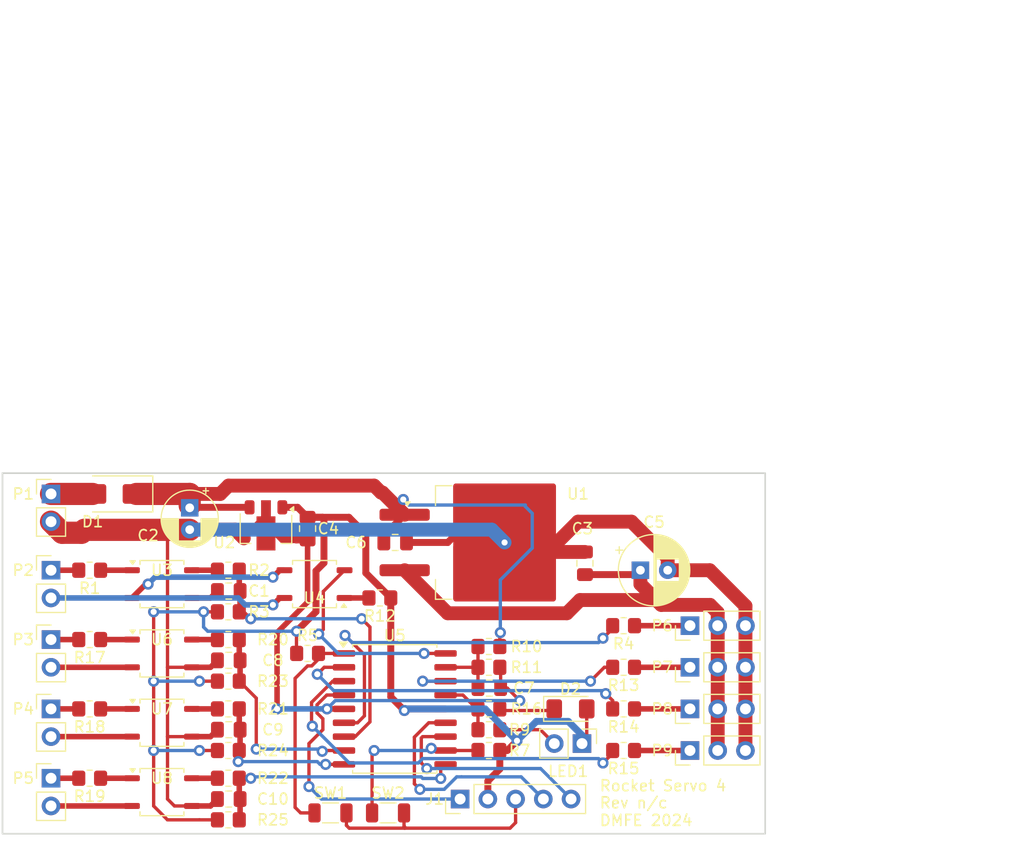
<source format=kicad_pcb>
(kicad_pcb (version 20241229) (generator "pcbnew") (generator_version "9.0")
  (title_block (title "Rocket Servo 4") (date "2024-10-31") (rev "n/c") (company "DMFE"))
  (layers (0 "F.Cu" signal) (2 "B.Cu" signal) (13 "F.Paste" user) (15 "B.Paste" user) (5 "F.SilkS" user "F.Silkscreen") (7 "B.SilkS" user "B.Silkscreen") (1 "F.Mask" user) (3 "B.Mask" user) (25 "Edge.Cuts" user))
  (net 0 "")
  (net 1 "Trigger1")
  (net 2 "GND")
  (net 3 "Net-(D1-K)")
  (net 4 "+5V")
  (net 5 "Net-(P2-Pin_2)")
  (net 6 "Net-(D1-A)")
  (net 7 "Net-(D2-K)")
  (net 8 "Net-(P6-Pin_2)")
  (net 9 "/BattV")
  (net 10 "Trigger2")
  (net 11 "Trigger3")
  (net 12 "Trigger4")
  (net 13 "VPP")
  (net 14 "Net-(R1-Pad1)")
  (net 15 "Net-(LED1-Pin_2)")
  (net 16 "Net-(R2-Pad2)")
  (net 17 "PGD")
  (net 18 "PGC")
  (net 19 "Net-(P2-Pin_1)")
  (net 20 "Net-(R12-Pad2)")
  (net 21 "Net-(U3-Pad2)")
  (net 22 "Net-(P3-Pin_1)")
  (net 23 "Net-(P3-Pin_2)")
  (net 24 "Net-(P4-Pin_1)")
  (net 25 "Net-(P4-Pin_2)")
  (net 26 "Net-(P5-Pin_1)")
  (net 27 "Net-(P5-Pin_2)")
  (net 28 "Net-(P6-Pin_1)")
  (net 29 "Net-(P7-Pin_1)")
  (net 30 "Net-(P8-Pin_1)")
  (net 31 "Net-(P9-Pin_1)")
  (net 32 "Servo1")
  (net 33 "Net-(U5-Vref{slash}AN2{slash}RA2)")
  (net 34 "Net-(U5-RB5)")
  (net 35 "Net-(U5-CLKOUT{slash}OSC2{slash}RA6)")
  (net 36 "Servo2")
  (net 37 "Servo3")
  (net 38 "Servo4")
  (net 39 "Net-(R17-Pad1)")
  (net 40 "Net-(R18-Pad1)")
  (net 41 "Net-(R19-Pad1)")
  (net 42 "Net-(R20-Pad2)")
  (net 43 "Net-(R21-Pad2)")
  (net 44 "Net-(R22-Pad2)")
  (net 45 "Enable")
  (footprint "Resistor_SMD:R_0805_2012Metric_Pad1.20x1.40mm_HandSolder" (layer "F.Cu") (at 121.38 115.57)
    (property "Reference" "R9")
    (property "Value" "270")
  )
  (footprint "Connector_PinHeader_2.54mm:PinHeader_1x05_P2.54mm_Vertical" (layer "F.Cu") (at 118.745 121.92 90)
    (property "Reference" "J1")
    (property "Value" "Conn_01x05")
  )
  (footprint "Resistor_SMD:R_0805_2012Metric_Pad1.20x1.40mm_HandSolder" (layer "F.Cu") (at 133.715 109.855 180)
    (property "Reference" "R13")
    (property "Value" "220R")
  )
  (footprint "Resistor_SMD:R_0805_2012Metric_Pad1.20x1.40mm_HandSolder" (layer "F.Cu") (at 97.52 111.125)
    (property "Reference" "R23")
    (property "Value" "10K")
  )
  (footprint "Package_SO:SOIC-18W_7.5x11.6mm_P1.27mm" (layer "F.Cu") (at 112.76 113.665)
    (property "Reference" "U5")
    (property "Value" "PIC16F1847-I/SO")
  )
  (footprint "Connector_PinHeader_2.54mm:PinHeader_1x02_P2.54mm_Vertical" (layer "F.Cu") (at 81.28 107.315)
    (property "Reference" "P3")
    (property "Value" "Conn_01x02")
  )
  (footprint "LED_SMD:LED_1206_3216Metric_Pad1.42x1.75mm_HandSolder" (layer "F.Cu") (at 128.8525 113.665)
    (property "Reference" "D2")
    (property "Value" "LED")
  )
  (footprint "Capacitor_THT:CP_Radial_D5.0mm_P2.00mm" (layer "F.Cu") (at 93.98 95.25 -90)
    (property "Reference" "C2")
    (property "Value" "33uF")
  )
  (footprint "Diode_SMD:D_SMA" (layer "F.Cu") (at 87.09 93.98 180)
    (property "Reference" "D1")
    (property "Value" "SMB")
  )
  (footprint "Connector_PinHeader_2.54mm:PinHeader_1x02_P2.54mm_Vertical" (layer "F.Cu") (at 81.28 93.98)
    (property "Reference" "P1")
    (property "Value" "Conn_01x02")
  )
  (footprint "Capacitor_THT:CP_Radial_D6.3mm_P2.50mm" (layer "F.Cu") (at 135.255 100.965)
    (property "Reference" "C5")
    (property "Value" "220uF")
  )
  (footprint "Resistor_SMD:R_0805_2012Metric_Pad1.20x1.40mm_HandSolder" (layer "F.Cu") (at 97.52 113.665 180)
    (property "Reference" "R21")
    (property "Value" "1K")
  )
  (footprint "Resistor_SMD:R_0805_2012Metric_Pad1.20x1.40mm_HandSolder" (layer "F.Cu") (at 84.82 113.665 180)
    (property "Reference" "R18")
    (property "Value" "470R")
  )
  (footprint "Connector_PinHeader_2.54mm:PinHeader_1x03_P2.54mm_Vertical" (layer "F.Cu") (at 139.795 109.855 90)
    (property "Reference" "P7")
    (property "Value" "Conn_01x03")
  )
  (footprint "Capacitor_SMD:C_0805_2012Metric_Pad1.18x1.45mm_HandSolder" (layer "F.Cu") (at 97.5575 102.87 180)
    (property "Reference" "C1")
    (property "Value" ".1uF")
  )
  (footprint "Resistor_SMD:R_0805_2012Metric_Pad1.20x1.40mm_HandSolder" (layer "F.Cu") (at 121.38 113.665 180)
    (property "Reference" "R16")
    (property "Value" "1K")
  )
  (footprint "Package_SO:SOP-4_3.8x4.1mm_P2.54mm" (layer "F.Cu") (at 91.44 102.235)
    (property "Reference" "U3")
    (property "Value" "CPC1017N")
  )
  (footprint "Capacitor_SMD:C_0805_2012Metric_Pad1.18x1.45mm_HandSolder" (layer "F.Cu") (at 121.4175 111.76)
    (property "Reference" "C7")
    (property "Value" ".1uF")
  )
  (footprint "Capacitor_SMD:C_0805_2012Metric_Pad1.18x1.45mm_HandSolder" (layer "F.Cu") (at 97.5575 109.22 180)
    (property "Reference" "C8")
    (property "Value" ".1uF")
  )
  (footprint "Resistor_SMD:R_1206_3216Metric" (layer "F.Cu") (at 106.8725 123.19)
    (property "Reference" "SW1")
    (property "Value" "SW_Push")
  )
  (footprint "Connector_PinHeader_2.54mm:PinHeader_1x02_P2.54mm_Vertical" (layer "F.Cu") (at 81.28 113.665)
    (property "Reference" "P4")
    (property "Value" "Conn_01x02")
  )
  (footprint "Package_SO:SOP-4_3.8x4.1mm_P2.54mm" (layer "F.Cu") (at 105.41 102.235 180)
    (property "Reference" "U4")
    (property "Value" "CPC1017N")
  )
  (footprint "Package_SO:SOP-4_3.8x4.1mm_P2.54mm" (layer "F.Cu") (at 91.44 108.585)
    (property "Reference" "U6")
    (property "Value" "CPC1017N")
  )
  (footprint "Capacitor_SMD:C_0805_2012Metric_Pad1.18x1.45mm_HandSolder" (layer "F.Cu") (at 112.7975 98.425)
    (property "Reference" "C6")
    (property "Value" ".1uF")
  )
  (footprint "Resistor_SMD:R_0805_2012Metric_Pad1.20x1.40mm_HandSolder" (layer "F.Cu") (at 121.38 107.95)
    (property "Reference" "R10")
    (property "Value" "22K")
  )
  (footprint "Connector_PinHeader_2.54mm:PinHeader_1x03_P2.54mm_Vertical" (layer "F.Cu") (at 139.795 106.045 90)
    (property "Reference" "P6")
    (property "Value" "Conn_01x03")
  )
  (footprint "Resistor_SMD:R_0805_2012Metric_Pad1.20x1.40mm_HandSolder" (layer "F.Cu") (at 97.52 120.015 180)
    (property "Reference" "R22")
    (property "Value" "1K")
  )
  (footprint "Resistor_SMD:R_0805_2012Metric_Pad1.20x1.40mm_HandSolder" (layer "F.Cu") (at 133.715 106.045 180)
    (property "Reference" "R4")
    (property "Value" "220R")
  )
  (footprint "Capacitor_SMD:C_0805_2012Metric_Pad1.18x1.45mm_HandSolder" (layer "F.Cu") (at 130.175 100.33 90)
    (property "Reference" "C3")
    (property "Value" ".1uF")
  )
  (footprint "Resistor_SMD:R_0805_2012Metric_Pad1.20x1.40mm_HandSolder" (layer "F.Cu") (at 84.82 107.315 180)
    (property "Reference" "R17")
    (property "Value" "470R")
  )
  (footprint "Resistor_SMD:R_0805_2012Metric_Pad1.20x1.40mm_HandSolder" (layer "F.Cu") (at 97.52 104.775)
    (property "Reference" "R3")
    (property "Value" "10K")
  )
  (footprint "Resistor_SMD:R_0805_2012Metric_Pad1.20x1.40mm_HandSolder" (layer "F.Cu") (at 133.715 113.665 180)
    (property "Reference" "R14")
    (property "Value" "220R")
  )
  (footprint "Connector_PinHeader_2.54mm:PinHeader_1x02_P2.54mm_Vertical" (layer "F.Cu") (at 81.28 100.965)
    (property "Reference" "P2")
    (property "Value" "Conn_01x02")
  )
  (footprint "Resistor_SMD:R_0805_2012Metric_Pad1.20x1.40mm_HandSolder" (layer "F.Cu") (at 97.52 123.825)
    (property "Reference" "R25")
    (property "Value" "10K")
  )
  (footprint "Resistor_SMD:R_0805_2012Metric_Pad1.20x1.40mm_HandSolder" (layer "F.Cu") (at 84.82 120.015 180)
    (property "Reference" "R19")
    (property "Value" "470R")
  )
  (footprint "Resistor_SMD:R_0805_2012Metric_Pad1.20x1.40mm_HandSolder" (layer "F.Cu") (at 84.82 100.965 180)
    (property "Reference" "R1")
    (property "Value" "470R")
  )
  (footprint "Capacitor_SMD:C_0805_2012Metric_Pad1.18x1.45mm_HandSolder" (layer "F.Cu") (at 97.5575 121.92 180)
    (property "Reference" "C10")
    (property "Value" ".1uF")
  )
  (footprint "Resistor_SMD:R_0805_2012Metric_Pad1.20x1.40mm_HandSolder" (layer "F.Cu") (at 111.395 103.505 180)
    (property "Reference" "R12")
    (property "Value" "1K0")
  )
  (footprint "Connector_PinHeader_2.54mm:PinHeader_1x02_P2.54mm_Vertical" (layer "F.Cu") (at 129.905 116.84 -90)
    (property "Reference" "LED1")
    (property "Value" "Conn_01x02")
  )
  (footprint "Resistor_SMD:R_0805_2012Metric_Pad1.20x1.40mm_HandSolder" (layer "F.Cu") (at 97.52 100.965 180)
    (property "Reference" "R2")
    (property "Value" "1K")
  )
  (footprint "Connector_PinHeader_2.54mm:PinHeader_1x03_P2.54mm_Vertical" (layer "F.Cu") (at 139.795 113.665 90)
    (property "Reference" "P8")
    (property "Value" "Conn_01x03")
  )
  (footprint "Resistor_SMD:R_0805_2012Metric_Pad1.20x1.40mm_HandSolder" (layer "F.Cu") (at 121.38 109.855 180)
    (property "Reference" "R11")
    (property "Value" "1K")
  )
  (footprint "Capacitor_SMD:C_0805_2012Metric_Pad1.18x1.45mm_HandSolder" (layer "F.Cu") (at 97.5575 115.57 180)
    (property "Reference" "C9")
    (property "Value" ".1uF")
  )
  (footprint "Resistor_SMD:R_0805_2012Metric_Pad1.20x1.40mm_HandSolder" (layer "F.Cu") (at 97.52 117.475)
    (property "Reference" "R24")
    (property "Value" "10K")
  )
  (footprint "Resistor_SMD:R_0805_2012Metric_Pad1.20x1.40mm_HandSolder" (layer "F.Cu") (at 104.775 108.585)
    (property "Reference" "R5")
    (property "Value" "47K")
  )
  (footprint "Connector_PinHeader_2.54mm:PinHeader_1x03_P2.54mm_Vertical" (layer "F.Cu") (at 139.795 117.475 90)
    (property "Reference" "P9")
    (property "Value" "Conn_01x03")
  )
  (footprint "Capacitor_SMD:C_0805_2012Metric_Pad1.18x1.45mm_HandSolder" (layer "F.Cu") (at 104.775 97.155 -90)
    (property "Reference" "C4")
    (property "Value" ".1uF")
  )
  (footprint "Connector_PinHeader_2.54mm:PinHeader_1x02_P2.54mm_Vertical" (layer "F.Cu") (at 81.28 120.015)
    (property "Reference" "P5")
    (property "Value" "Conn_01x02")
  )
  (footprint "Resistor_SMD:R_0805_2012Metric_Pad1.20x1.40mm_HandSolder" (layer "F.Cu") (at 97.52 107.315 180)
    (property "Reference" "R20")
    (property "Value" "1K")
  )
  (footprint "Resistor_SMD:R_0805_2012Metric_Pad1.20x1.40mm_HandSolder" (layer "F.Cu") (at 121.38 117.475 180)
    (property "Reference" "R7")
    (property "Value" "47K")
  )
  (footprint "Package_SO:SOP-4_3.8x4.1mm_P2.54mm" (layer "F.Cu") (at 91.44 114.935)
    (property "Reference" "U7")
    (property "Value" "CPC1017N")
  )
  (footprint "Resistor_SMD:R_1206_3216Metric" (layer "F.Cu") (at 112.145 123.19)
    (property "Reference" "SW2")
    (property "Value" "SW_Push")
  )
  (footprint "Package_TO_SOT_SMD:TO-263-2" (layer "F.Cu") (at 121.315 98.425)
    (property "Reference" "U1")
    (property "Value" "L7806")
  )
  (footprint "Package_SO:SOP-4_3.8x4.1mm_P2.54mm" (layer "F.Cu") (at 91.44 121.285)
    (property "Reference" "U8")
    (property "Value" "CPC1017N")
  )
  (footprint "Package_TO_SOT_SMD:SOT-89-3" (layer "F.Cu") (at 100.965 97.155 -90)
    (property "Reference" "U2")
    (property "Value" "L78L05_SOT89")
  )
  (footprint "Resistor_SMD:R_0805_2012Metric_Pad1.20x1.40mm_HandSolder" (layer "F.Cu") (at 133.715 117.475 180)
    (property "Reference" "R15")
    (property "Value" "220R")
  )
  (gr_rect (start 76.835 92.075) (end 146.685 125.095) (stroke (width 0.15)) (fill no) (layer "Edge.Cuts"))
  (gr_text "Rocket Servo 4" (at 131.445 121.285 0) (layer "F.SilkS") (effects (font (size 1 1)) (justify left bottom)))
  (gr_text "Rev n/c\nDMFE 2024" (at 131.445 124.46 0) (layer "F.SilkS") (effects (font (size 1 1)) (justify left bottom)))
  (segment (start 109.134999 116.205) (end 108.11 116.205) (width 0.3048) (layer "F.Cu") (net 1))
  (segment (start 110.4868 106.1688) (end 110.4868 114.853199) (width 0.3048) (layer "F.Cu") (net 1))
  (segment (start 98.595 102.87) (end 98.595 104.7) (width 0.508) (layer "F.Cu") (net 1))
  (segment (start 98.933 104.775) (end 99.568 105.41) (width 0.3048) (layer "F.Cu") (net 1))
  (segment (start 109.728 105.41) (end 110.4868 106.1688) (width 0.3048) (layer "F.Cu") (net 1))
  (segment (start 98.52 102.795) (end 98.595 102.87) (width 0.508) (layer "F.Cu") (net 1))
  (segment (start 98.595 104.7) (end 98.52 104.775) (width 0.508) (layer "F.Cu") (net 1))
  (segment (start 98.52 104.775) (end 98.933 104.775) (width 0.3048) (layer "F.Cu") (net 1))
  (segment (start 110.4868 114.853199) (end 109.134999 116.205) (width 0.3048) (layer "F.Cu") (net 1))
  (segment (start 98.52 100.965) (end 98.52 102.795) (width 0.508) (layer "F.Cu") (net 1))
  (via (at 109.728 105.41) (size 1.016) (drill 0.5588) (layers "F.Cu" "B.Cu") (net 1))
  (via (at 99.568 105.41) (size 1.016) (drill 0.5588) (layers "F.Cu" "B.Cu") (net 1))
  (segment (start 99.568 105.41) (end 109.728 105.41) (width 0.3048) (layer "B.Cu") (net 1))
  (segment (start 103.746212 98.1925) (end 103.724712 98.171) (width 0.635) (layer "F.Cu") (net 2))
  (segment (start 129.54 96.52) (end 127.635 98.425) (width 1.27) (layer "F.Cu") (net 2))
  (segment (start 113.6075 124.4025) (end 113.6075 123.19) (width 0.3048) (layer "F.Cu") (net 2))
  (segment (start 82.296 97.536) (end 84.074 97.536) (width 2.032) (layer "F.Cu") (net 2))
  (segment (start 95.885 103.505) (end 96.52 102.87) (width 0.508) (layer "F.Cu") (net 2))
  (segment (start 117.615 98.425) (end 120.39 95.65) (width 0.635) (layer "F.Cu") (net 2))
  (segment (start 122.455 109.93) (end 122.38 109.855) (width 0.3048) (layer "F.Cu") (net 2))
  (segment (start 91.948 109.855) (end 94.19 109.855) (width 0.3048) (layer "F.Cu") (net 2))
  (segment (start 94.19 122.555) (end 95.885 122.555) (width 0.508) (layer "F.Cu") (net 2))
  (segment (start 123.825 121.92) (end 123.825 124.079) (width 0.3048) (layer "F.Cu") (net 2))
  (segment (start 144.875 113.665) (end 144.875 109.855) (width 1.27) (layer "F.Cu") (net 2))
  (segment (start 92.075 97.266) (end 93.98 97.266) (width 2.032) (layer "F.Cu") (net 2))
  (segment (start 108.585 124.587) (end 108.335 124.337) (width 0.3048) (layer "F.Cu") (net 2))
  (segment (start 144.875 109.855) (end 144.875 106.045) (width 1.27) (layer "F.Cu") (net 2))
  (segment (start 123.317 124.587) (end 113.665 124.587) (width 0.3048) (layer "F.Cu") (net 2))
  (segment (start 91.948 103.505) (end 94.19 103.505) (width 0.3048) (layer "F.Cu") (net 2))
  (segment (start 102.489 98.171) (end 100.965 96.647) (width 0.635) (layer "F.Cu") (net 2))
  (segment (start 91.948 116.205) (end 94.19 116.205) (width 0.3048) (layer "F.Cu") (net 2))
  (segment (start 101.981 113.665) (end 101.981 106.68) (width 0.508) (layer "F.Cu") (net 2))
  (segment (start 94.19 116.205) (end 95.885 116.205) (width 0.508) (layer "F.Cu") (net 2))
  (segment (start 94.19 122.555) (end 92.583 122.555) (width 0.3048) (layer "F.Cu") (net 2))
  (segment (start 93.98 97.25) (end 98.139 97.25) (width 1.27) (layer "F.Cu") (net 2))
  (segment (start 91.948 97.393) (end 92.075 97.266) (width 0.3048) (layer "F.Cu") (net 2))
  (segment (start 81.28 96.52) (end 82.296 97.536) (width 2.032) (layer "F.Cu") (net 2))
  (segment (start 94.19 109.855) (end 95.885 109.855) (width 0.508) (layer "F.Cu") (net 2))
  (segment (start 127.1475 99.2925) (end 125.24 101.2) (width 1.27) (layer "F.Cu") (net 2))
  (segment (start 91.948 109.855) (end 91.948 103.505) (width 0.3048) (layer "F.Cu") (net 2))
  (segment (start 104.775 103.886) (end 104.775 98.1925) (width 0.508) (layer "F.Cu") (net 2))
  (segment (start 95.885 122.555) (end 96.52 121.92) (width 0.508) (layer "F.Cu") (net 2))
  (segment (start 91.948 116.205) (end 91.948 109.855) (width 0.3048) (layer "F.Cu") (net 2))
  (segment (start 144.875 117.475) (end 144.875 113.665) (width 1.27) (layer "F.Cu") (net 2))
  (segment (start 84.344 97.266) (end 92.075 97.266) (width 2.032) (layer "F.Cu") (net 2))
  (segment (start 100.965 96.647) (end 100.965 95.2925) (width 0.635) (layer "F.Cu") (net 2))
  (segment (start 84.074 97.536) (end 84.344 97.266) (width 2.032) (layer "F.Cu") (net 2))
  (segment (start 127.635 98.425) (end 122.815 98.425) (width 1.27) (layer "F.Cu") (net 2))
  (segment (start 100.965 96.012) (end 100.965 95.2925) (width 0.635) (layer "F.Cu") (net 2))
  (segment (start 94.19 103.505) (end 95.885 103.505) (width 0.508) (layer "F.Cu") (net 2))
  (segment (start 95.885 116.205) (end 96.52 115.57) (width 0.508) (layer "F.Cu") (net 2))
  (segment (start 137.755 99.83363) (end 134.44137 96.52) (width 1.27) (layer "F.Cu") (net 2))
  (segment (start 108.335 123.19) (end 108.335 124.337) (width 0.3048) (layer "F.Cu") (net 2))
  (segment (start 113.835 98.425) (end 117.615 98.425) (width 0.635) (layer "F.Cu") (net 2))
  (segment (start 122.455 111.76) (end 122.455 109.93) (width 0.3048) (layer "F.Cu") (net 2))
  (segment (start 91.948 121.92) (end 91.948 116.205) (width 0.3048) (layer "F.Cu") (net 2))
  (segment (start 123.825 124.079) (end 123.317 124.587) (width 0.3048) (layer "F.Cu") (net 2))
  (segment (start 113.665 124.587) (end 108.585 124.587) (width 0.3048) (layer "F.Cu") (net 2))
  (segment (start 92.583 122.555) (end 91.948 121.92) (width 0.3048) (layer "F.Cu") (net 2))
  (segment (start 95.885 109.855) (end 96.52 109.22) (width 0.508) (layer "F.Cu") (net 2))
  (segment (start 98.933 98.044) (end 100.965 96.012) (width 0.635) (layer "F.Cu") (net 2))
  (segment (start 113.665 124.587) (end 113.665 124.46) (width 0.3048) (layer "F.Cu") (net 2))
  (segment (start 101.981 106.68) (end 104.775 103.886) (width 0.508) (layer "F.Cu") (net 2))
  (segment (start 144.875 104.235) (end 141.605 100.965) (width 1.27) (layer "F.Cu") (net 2))
  (segment (start 123.063 111.76) (end 124.206 112.903) (width 0.3048) (layer "F.Cu") (net 2))
  (segment (start 103.724712 98.171) (end 102.489 98.171) (width 0.635) (layer "F.Cu") (net 2))
  (segment (start 130.175 99.2925) (end 127.1475 99.2925) (width 1.27) (layer "F.Cu") (net 2))
  (segment (start 113.665 124.46) (end 113.6075 124.4025) (width 0.3048) (layer "F.Cu") (net 2))
  (segment (start 141.605 100.965) (end 137.755 100.965) (width 1.27) (layer "F.Cu") (net 2))
  (segment (start 91.948 103.505) (end 91.948 97.393) (width 0.3048) (layer "F.Cu") (net 2))
  (segment (start 98.139 97.25) (end 98.933 98.044) (width 1.27) (layer "F.Cu") (net 2))
  (segment (start 137.755 100.965) (end 137.755 99.83363) (width 1.27) (layer "F.Cu") (net 2))
  (segment (start 104.775 98.1925) (end 103.746212 98.1925) (width 0.635) (layer "F.Cu") (net 2))
  (segment (start 122.455 111.76) (end 123.063 111.76) (width 0.3048) (layer "F.Cu") (net 2))
  (segment (start 108.11 113.665) (end 106.553 113.665) (width 0.508) (layer "F.Cu") (net 2))
  (segment (start 144.875 106.045) (end 144.875 104.235) (width 1.27) (layer "F.Cu") (net 2))
  (segment (start 134.44137 96.52) (end 129.54 96.52) (width 1.27) (layer "F.Cu") (net 2))
  (via (at 101.981 113.665) (size 1.016) (drill 0.5588) (layers "F.Cu" "B.Cu") (net 2))
  (via (at 124.206 112.903) (size 1.016) (drill 0.5588) (layers "F.Cu" "B.Cu") (net 2))
  (via (at 122.815 98.425) (size 1.016) (drill 0.5588) (layers "F.Cu" "B.Cu") (net 2))
  (via (at 106.553 113.665) (size 1.016) (drill 0.5588) (layers "F.Cu" "B.Cu") (net 2))
  (segment (start 121.64 97.25) (end 122.815 98.425) (width 1.27) (layer "B.Cu") (net 2))
  (segment (start 93.98 97.25) (end 121.64 97.25) (width 1.27) (layer "B.Cu") (net 2))
  (segment (start 107.315 112.903) (end 106.553 113.665) (width 0.3048) (layer "B.Cu") (net 2))
  (segment (start 106.553 113.665) (end 101.981 113.665) (width 0.508) (layer "B.Cu") (net 2))
  (segment (start 124.206 112.903) (end 107.315 112.903) (width 0.3048) (layer "B.Cu") (net 2))
  (segment (start 113.538 94.488) (end 113.538 95.758) (width 0.3048) (layer "F.Cu") (net 3))
  (segment (start 122.38 107.95) (end 122.38 106.728) (width 0.3048) (layer "F.Cu") (net 3))
  (segment (start 89.09 93.98) (end 93.98 93.98) (width 2.032) (layer "F.Cu") (net 3))
  (segment (start 93.98 93.98) (end 96.774 93.98) (width 1.27) (layer "F.Cu") (net 3))
  (segment (start 122.38 106.728) (end 122.428 106.68) (width 0.3048) (layer "F.Cu") (net 3))
  (segment (start 94.025 95.205) (end 93.98 95.25) (width 0.635) (layer "F.Cu") (net 3))
  (segment (start 93.98 93.98) (end 93.98 95.034) (width 2.032) (layer "F.Cu") (net 3))
  (segment (start 111.506 93.853) (end 111.633 93.853) (width 1.27) (layer "F.Cu") (net 3))
  (segment (start 113.538 95.758) (end 113.665 95.885) (width 0.3048) (layer "F.Cu") (net 3))
  (segment (start 111.76 97.79) (end 113.665 95.885) (width 0.635) (layer "F.Cu") (net 3))
  (segment (start 111.76 98.425) (end 111.76 97.79) (width 0.635) (layer "F.Cu") (net 3))
  (segment (start 96.774 93.98) (end 97.536 93.218) (width 1.27) (layer "F.Cu") (net 3))
  (segment (start 97.536 93.218) (end 110.871 93.218) (width 1.27) (layer "F.Cu") (net 3))
  (segment (start 111.633 93.853) (end 113.665 95.885) (width 1.27) (layer "F.Cu") (net 3))
  (segment (start 99.465 95.205) (end 94.025 95.205) (width 0.635) (layer "F.Cu") (net 3))
  (segment (start 110.871 93.218) (end 111.506 93.853) (width 1.27) (layer "F.Cu") (net 3))
  (via (at 113.538 94.488) (size 1.016) (drill 0.5588) (layers "F.Cu" "B.Cu") (net 3))
  (via (at 122.428 106.68) (size 1.016) (drill 0.5588) (layers "F.Cu" "B.Cu") (net 3))
  (segment (start 125.349 95.758) (end 124.714 95.123) (width 0.3048) (layer "B.Cu") (net 3))
  (segment (start 124.714 95.123) (end 124.714 94.996) (width 0.3048) (layer "B.Cu") (net 3))
  (segment (start 122.428 101.854) (end 125.349 98.933) (width 0.3048) (layer "B.Cu") (net 3))
  (segment (start 124.714 94.996) (end 114.046 94.996) (width 0.3048) (layer "B.Cu") (net 3))
  (segment (start 125.349 98.933) (end 125.349 95.758) (width 0.3048) (layer "B.Cu") (net 3))
  (segment (start 122.428 106.68) (end 122.428 101.854) (width 0.3048) (layer "B.Cu") (net 3))
  (segment (start 114.046 94.996) (end 113.538 94.488) (width 0.3048) (layer "B.Cu") (net 3))
  (segment (start 90.678 117.475) (end 90.678 111.125) (width 0.3048) (layer "F.Cu") (net 4))
  (segment (start 105.5465 101.024118) (end 105.5465 104.7655) (width 0.635) (layer "F.Cu") (net 4))
  (segment (start 102.465 95.205) (end 103.8625 95.205) (width 0.635) (layer "F.Cu") (net 4))
  (segment (start 90.678 122.555) (end 90.678 117.475) (width 0.3048) (layer "F.Cu") (net 4))
  (segment (start 130.34 113.665) (end 130.34 116.405) (width 0.3048) (layer "F.Cu") (net 4))
  (segment (start 117.41 113.665) (end 113.787256 113.665) (width 0.635) (layer "F.Cu") (net 4))
  (segment (start 94.869 117.475) (end 96.52 117.475) (width 0.3048) (layer "F.Cu") (net 4))
  (segment (start 122.38 117.475) (end 123.063 117.475) (width 0.635) (layer "F.Cu") (net 4))
  (segment (start 106.275518 96.242518) (end 106.275518 100.2951) (width 0.635) (layer "F.Cu") (net 4))
  (segment (start 112.395 103.505) (end 110.109 101.219) (width 0.635) (layer "F.Cu") (net 4))
  (segment (start 123.063 117.475) (end 123.952 116.586) (width 0.635) (layer "F.Cu") (net 4))
  (segment (start 106.275518 100.2951) (end 105.5465 101.024118) (width 0.635) (layer "F.Cu") (net 4))
  (segment (start 103.759 108.569) (end 103.775 108.585) (width 0.3048) (layer "F.Cu") (net 4))
  (segment (start 121.285 120.269) (end 122.38 119.174) (width 0.635) (layer "F.Cu") (net 4))
  (segment (start 130.34 116.405) (end 129.905 116.84) (width 0.3048) (layer "F.Cu") (net 4))
  (segment (start 110.109 97.536) (end 109.982 97.536) (width 0.635) (layer "F.Cu") (net 4))
  (segment (start 103.8625 95.205) (end 104.775 96.1175) (width 0.635) (layer "F.Cu") (net 4))
  (segment (start 112.395 103.505) (end 112.395 112.569544) (width 0.635) (layer "F.Cu") (net 4))
  (segment (start 96.52 123.825) (end 94.869 123.825) (width 0.3048) (layer "F.Cu") (net 4))
  (segment (start 108.5635 96.1175) (end 104.775 96.1175) (width 0.635) (layer "F.Cu") (net 4))
  (segment (start 105.5465 104.7655) (end 103.759 106.553) (width 0.635) (layer "F.Cu") (net 4))
  (segment (start 113.787256 113.665) (end 113.638856 113.8134) (width 0.635) (layer "F.Cu") (net 4))
  (segment (start 106.1505 96.1175) (end 106.275518 96.242518) (width 0.635) (layer "F.Cu") (net 4))
  (segment (start 121.285 121.92) (end 121.285 120.269) (width 0.635) (layer "F.Cu") (net 4))
  (segment (start 109.982 97.536) (end 108.5635 96.1175) (width 0.635) (layer "F.Cu") (net 4))
  (segment (start 110.109 101.219) (end 110.109 97.536) (width 0.635) (layer "F.Cu") (net 4))
  (segment (start 91.948 123.825) (end 90.678 122.555) (width 0.3048) (layer "F.Cu") (net 4))
  (segment (start 96.52 104.775) (end 95.25 104.775) (width 0.3048) (layer "F.Cu") (net 4))
  (segment (start 122.38 119.174) (end 122.38 117.475) (width 0.635) (layer "F.Cu") (net 4))
  (segment (start 112.395 112.569544) (end 113.638856 113.8134) (width 0.635) (layer "F.Cu") (net 4))
  (segment (start 94.869 123.825) (end 91.948 123.825) (width 0.3048) (layer "F.Cu") (net 4))
  (segment (start 103.759 106.553) (end 103.759 108.569) (width 0.3048) (layer "F.Cu") (net 4))
  (segment (start 104.775 96.1175) (end 106.1505 96.1175) (width 0.635) (layer "F.Cu") (net 4))
  (segment (start 90.678 111.125) (end 90.678 104.775) (width 0.3048) (layer "F.Cu") (net 4))
  (segment (start 96.52 111.125) (end 94.869 111.125) (width 0.3048) (layer "F.Cu") (net 4))
  (via (at 113.638856 113.8134) (size 1.016) (drill 0.5588) (layers "F.Cu" "B.Cu") (net 4))
  (via (at 90.678 117.475) (size 1.016) (drill 0.5588) (layers "F.Cu" "B.Cu") (net 4))
  (via (at 103.759 106.553) (size 1.016) (drill 0.5588) (layers "F.Cu" "B.Cu") (net 4))
  (via (at 95.25 104.775) (size 1.016) (drill 0.5588) (layers "F.Cu" "B.Cu") (net 4))
  (via (at 123.952 116.586) (size 1.016) (drill 0.5588) (layers "F.Cu" "B.Cu") (net 4))
  (via (at 90.678 104.775) (size 1.016) (drill 0.5588) (layers "F.Cu" "B.Cu") (net 4))
  (via (at 90.678 111.125) (size 1.016) (drill 0.5588) (layers "F.Cu" "B.Cu") (net 4))
  (via (at 94.869 111.125) (size 1.016) (drill 0.5588) (layers "F.Cu" "B.Cu") (net 4))
  (via (at 94.869 117.475) (size 1.016) (drill 0.5588) (layers "F.Cu" "B.Cu") (net 4))
  (segment (start 90.678 117.475) (end 94.869 117.475) (width 0.3048) (layer "B.Cu") (net 4))
  (segment (start 95.631 106.553) (end 103.759 106.553) (width 0.3048) (layer "B.Cu") (net 4))
  (segment (start 95.25 104.775) (end 95.25 106.172) (width 0.3048) (layer "B.Cu") (net 4))
  (segment (start 95.25 104.775) (end 90.678 104.775) (width 0.3048) (layer "B.Cu") (net 4))
  (segment (start 121.031 113.665) (end 113.787256 113.665) (width 0.635) (layer "B.Cu") (net 4))
  (segment (start 128.651 114.808) (end 129.905 116.062) (width 0.635) (layer "B.Cu") (net 4))
  (segment (start 129.905 116.062) (end 129.905 116.84) (width 0.635) (layer "B.Cu") (net 4))
  (segment (start 123.952 116.586) (end 121.031 113.665) (width 0.635) (layer "B.Cu") (net 4))
  (segment (start 90.678 111.125) (end 94.869 111.125) (width 0.3048) (layer "B.Cu") (net 4))
  (segment (start 123.952 116.586) (end 125.73 114.808) (width 0.635) (layer "B.Cu") (net 4))
  (segment (start 125.73 114.808) (end 128.651 114.808) (width 0.635) (layer "B.Cu") (net 4))
  (segment (start 113.787256 113.665) (end 113.638856 113.8134) (width 0.635) (layer "B.Cu") (net 4))
  (segment (start 95.25 106.172) (end 95.631 106.553) (width 0.3048) (layer "B.Cu") (net 4))
  (segment (start 102.66 103.505) (end 102.235 103.505) (width 0.508) (layer "F.Cu") (net 5))
  (segment (start 102.235 103.505) (end 101.6 104.14) (width 0.508) (layer "F.Cu") (net 5))
  (via (at 101.6 104.14) (size 1.016) (drill 0.5588) (layers "F.Cu" "B.Cu") (net 5))
  (segment (start 101.6 104.14) (end 99.06 104.14) (width 0.508) (layer "B.Cu") (net 5))
  (segment (start 98.425 103.505) (end 81.28 103.505) (width 0.508) (layer "B.Cu") (net 5))
  (segment (start 99.06 104.14) (end 98.425 103.505) (width 0.508) (layer "B.Cu") (net 5))
  (segment (start 81.28 93.98) (end 85.09 93.98) (width 2.032) (layer "F.Cu") (net 6))
  (segment (start 122.5284 113.8134) (end 127.2166 113.8134) (width 0.3048) (layer "F.Cu") (net 7))
  (segment (start 127.2166 113.8134) (end 127.365 113.665) (width 0.3048) (layer "F.Cu") (net 7))
  (segment (start 122.38 113.665) (end 122.5284 113.8134) (width 0.3048) (layer "F.Cu") (net 7))
  (segment (start 137.16 104.14) (end 135.255 102.235) (width 1.27) (layer "F.Cu") (net 8))
  (segment (start 134.8525 101.3675) (end 135.255 100.965) (width 0.635) (layer "F.Cu") (net 8))
  (segment (start 136.7155 103.6955) (end 129.7305 103.6955) (width 1.27) (layer "F.Cu") (net 8))
  (segment (start 117.606 104.906) (end 113.665 100.965) (width 1.27) (layer "F.Cu") (net 8))
  (segment (start 130.175 101.3675) (end 134.8525 101.3675) (width 0.635) (layer "F.Cu") (net 8))
  (segment (start 142.335 106.045) (end 142.335 104.842919) (width 1.27) (layer "F.Cu") (net 8))
  (segment (start 142.335 109.855) (end 142.335 106.045) (width 1.27) (layer "F.Cu") (net 8))
  (segment (start 129.7305 103.6955) (end 128.52 104.906) (width 1.27) (layer "F.Cu") (net 8))
  (segment (start 142.335 104.842919) (end 141.632081 104.14) (width 1.27) (layer "F.Cu") (net 8))
  (segment (start 142.335 113.665) (end 142.335 109.855) (width 1.27) (layer "F.Cu") (net 8))
  (segment (start 135.255 102.235) (end 135.255 100.965) (width 1.27) (layer "F.Cu") (net 8))
  (segment (start 142.335 117.475) (end 142.335 113.665) (width 1.27) (layer "F.Cu") (net 8))
  (segment (start 141.632081 104.14) (end 137.16 104.14) (width 1.27) (layer "F.Cu") (net 8))
  (segment (start 128.52 104.906) (end 117.606 104.906) (width 1.27) (layer "F.Cu") (net 8))
  (segment (start 137.16 104.14) (end 136.7155 103.6955) (width 1.27) (layer "F.Cu") (net 8))
  (segment (start 120.38 107.95) (end 120.38 109.855) (width 0.3048) (layer "F.Cu") (net 9))
  (segment (start 120.38 111.76) (end 120.38 109.855) (width 0.3048) (layer "F.Cu") (net 9))
  (segment (start 120.38 109.855) (end 117.41 109.855) (width 0.3048) (layer "F.Cu") (net 9))
  (segment (start 98.52 107.315) (end 98.52 109.145) (width 0.508) (layer "F.Cu") (net 10))
  (segment (start 98.52 109.145) (end 98.595 109.22) (width 0.508) (layer "F.Cu") (net 10))
  (segment (start 98.595 111.05) (end 98.52 111.125) (width 0.508) (layer "F.Cu") (net 10))
  (segment (start 106.189502 117.475) (end 106.117251 117.547251) (width 0.3048) (layer "F.Cu") (net 10))
  (segment (start 100.076 117.348) (end 100.076 112.681) (width 0.3048) (layer "F.Cu") (net 10))
  (segment (start 108.11 117.475) (end 106.189502 117.475) (width 0.3048) (layer "F.Cu") (net 10))
  (segment (start 98.595 109.22) (end 98.595 111.05) (width 0.508) (layer "F.Cu") (net 10))
  (segment (start 100.076 112.681) (end 98.52 111.125) (width 0.3048) (layer "F.Cu") (net 10))
  (via (at 100.076 117.348) (size 1.016) (drill 0.5588) (layers "F.Cu" "B.Cu") (net 10))
  (via (at 106.117251 117.547251) (size 1.016) (drill 0.5588) (layers "F.Cu" "B.Cu") (net 10))
  (segment (start 100.076 117.348) (end 105.918 117.348) (width 0.3048) (layer "B.Cu") (net 10))
  (segment (start 105.918 117.348) (end 106.117251 117.547251) (width 0.3048) (layer "B.Cu") (net 10))
  (segment (start 108.11 118.745) (end 106.426 118.745) (width 0.3048) (layer "F.Cu") (net 11))
  (segment (start 98.425 117.57) (end 98.52 117.475) (width 0.3048) (layer "F.Cu") (net 11))
  (segment (start 98.425 118.491) (end 98.425 117.57) (width 0.3048) (layer "F.Cu") (net 11))
  (segment (start 98.52 113.665) (end 98.52 115.495) (width 0.508) (layer "F.Cu") (net 11))
  (segment (start 98.595 115.57) (end 98.595 117.4) (width 0.508) (layer "F.Cu") (net 11))
  (segment (start 98.595 117.4) (end 98.52 117.475) (width 0.508) (layer "F.Cu") (net 11))
  (segment (start 98.52 115.495) (end 98.595 115.57) (width 0.508) (layer "F.Cu") (net 11))
  (via (at 98.425 118.491) (size 1.016) (drill 0.5588) (layers "F.Cu" "B.Cu") (net 11))
  (via (at 106.426 118.745) (size 1.016) (drill 0.5588) (layers "F.Cu" "B.Cu") (net 11))
  (segment (start 105.918 118.745) (end 105.664 118.491) (width 0.3048) (layer "B.Cu") (net 11))
  (segment (start 106.426 118.745) (end 105.918 118.745) (width 0.3048) (layer "B.Cu") (net 11))
  (segment (start 105.664 118.491) (end 98.425 118.491) (width 0.3048) (layer "B.Cu") (net 11))
  (segment (start 117.41 118.745) (end 116.967 119.188) (width 0.3048) (layer "F.Cu") (net 12))
  (segment (start 98.595 121.92) (end 98.595 123.75) (width 0.508) (layer "F.Cu") (net 12))
  (segment (start 98.595 123.75) (end 98.52 123.825) (width 0.508) (layer "F.Cu") (net 12))
  (segment (start 98.52 120.015) (end 98.52 121.845) (width 0.508) (layer "F.Cu") (net 12))
  (segment (start 98.52 121.845) (end 98.595 121.92) (width 0.508) (layer "F.Cu") (net 12))
  (segment (start 99.568 120.015) (end 98.52 120.015) (width 0.3048) (layer "F.Cu") (net 12))
  (segment (start 116.967 119.188) (end 116.967 120.0364) (width 0.3048) (layer "F.Cu") (net 12))
  (via (at 116.967 120.0364) (size 1.016) (drill 0.5588) (layers "F.Cu" "B.Cu") (net 12))
  (via (at 99.568 120.015) (size 1.016) (drill 0.5588) (layers "F.Cu" "B.Cu") (net 12))
  (segment (start 115.319899 120.0364) (end 116.967 120.0364) (width 0.3048) (layer "B.Cu") (net 12))
  (segment (start 115.171499 119.888) (end 115.319899 120.0364) (width 0.3048) (layer "B.Cu") (net 12))
  (segment (start 99.695 119.888) (end 115.171499 119.888) (width 0.3048) (layer "B.Cu") (net 12))
  (segment (start 99.568 120.015) (end 99.695 119.888) (width 0.3048) (layer "B.Cu") (net 12))
  (segment (start 104.902 116.84) (end 106.175899 115.566101) (width 0.3048) (layer "F.Cu") (net 13))
  (segment (start 106.175899 114.5754) (end 105.6426 114.042101) (width 0.3048) (layer "F.Cu") (net 13))
  (segment (start 105.6426 114.042101) (end 105.6426 113.287899) (width 0.3048) (layer "F.Cu") (net 13))
  (segment (start 106.535499 112.395) (end 108.11 112.395) (width 0.3048) (layer "F.Cu") (net 13))
  (segment (start 105.6426 113.287899) (end 106.535499 112.395) (width 0.3048) (layer "F.Cu") (net 13))
  (segment (start 104.902 120.777) (end 104.902 116.84) (width 0.3048) (layer "F.Cu") (net 13))
  (segment (start 106.175899 115.566101) (end 106.175899 114.5754) (width 0.3048) (layer "F.Cu") (net 13))
  (via (at 104.902 120.777) (size 1.016) (drill 0.5588) (layers "F.Cu" "B.Cu") (net 13))
  (segment (start 106.045 121.92) (end 104.902 120.777) (width 0.3048) (layer "B.Cu") (net 13))
  (segment (start 118.745 121.92) (end 106.045 121.92) (width 0.3048) (layer "B.Cu") (net 13))
  (segment (start 85.82 100.965) (end 88.69 100.965) (width 0.508) (layer "F.Cu") (net 14))
  (segment (start 126.095 115.57) (end 122.38 115.57) (width 0.3048) (layer "F.Cu") (net 15))
  (segment (start 127.365 116.84) (end 126.095 115.57) (width 0.3048) (layer "F.Cu") (net 15))
  (segment (start 94.19 100.965) (end 96.52 100.965) (width 0.508) (layer "F.Cu") (net 16))
  (segment (start 115.872104 114.935) (end 117.41 114.935) (width 0.3048) (layer "F.Cu") (net 17))
  (segment (start 114.5572 120.5262) (end 114.5572 116.249904) (width 0.3048) (layer "F.Cu") (net 17))
  (segment (start 114.5572 116.249904) (end 115.872104 114.935) (width 0.3048) (layer "F.Cu") (net 17))
  (segment (start 115.062 121.031) (end 114.5572 120.5262) (width 0.3048) (layer "F.Cu") (net 17))
  (via (at 115.062 121.031) (size 1.016) (drill 0.5588) (layers "F.Cu" "B.Cu") (net 17))
  (segment (start 118.4316 119.888) (end 117.2886 121.031) (width 0.3048) (layer "B.Cu") (net 17))
  (segment (start 117.2886 121.031) (end 115.062 121.031) (width 0.3048) (layer "B.Cu") (net 17))
  (segment (start 124.333 119.888) (end 118.872 119.888) (width 0.3048) (layer "B.Cu") (net 17))
  (segment (start 126.365 121.92) (end 124.333 119.888) (width 0.3048) (layer "B.Cu") (net 17))
  (segment (start 118.872 119.888) (end 118.4316 119.888) (width 0.3048) (layer "B.Cu") (net 17))
  (segment (start 115.316 116.205) (end 117.41 116.205) (width 0.3048) (layer "F.Cu") (net 18))
  (segment (start 115.189 116.332) (end 115.316 116.205) (width 0.3048) (layer "F.Cu") (net 18))
  (segment (start 115.697 119.126) (end 115.189 118.618) (width 0.3048) (layer "F.Cu") (net 18))
  (segment (start 115.189 118.618) (end 115.189 116.332) (width 0.3048) (layer "F.Cu") (net 18))
  (via (at 115.697 119.126) (size 1.016) (drill 0.5588) (layers "F.Cu" "B.Cu") (net 18))
  (segment (start 126.111 119.126) (end 115.697 119.126) (width 0.3048) (layer "B.Cu") (net 18))
  (segment (start 128.905 121.92) (end 126.111 119.126) (width 0.3048) (layer "B.Cu") (net 18))
  (segment (start 81.28 100.965) (end 83.82 100.965) (width 0.508) (layer "F.Cu") (net 19))
  (segment (start 108.16 103.505) (end 110.395 103.505) (width 0.508) (layer "F.Cu") (net 20))
  (segment (start 102.235 100.965) (end 101.6 101.6) (width 0.508) (layer "F.Cu") (net 21))
  (segment (start 102.66 100.965) (end 102.235 100.965) (width 0.508) (layer "F.Cu") (net 21))
  (segment (start 89.96 102.235) (end 88.69 103.505) (width 0.508) (layer "F.Cu") (net 21))
  (segment (start 90.17 102.235) (end 89.96 102.235) (width 0.508) (layer "F.Cu") (net 21))
  (via (at 90.17 102.235) (size 1.016) (drill 0.5588) (layers "F.Cu" "B.Cu") (net 21))
  (via (at 101.6 101.6) (size 1.016) (drill 0.5588) (layers "F.Cu" "B.Cu") (net 21))
  (segment (start 90.805 101.6) (end 90.17 102.235) (width 0.508) (layer "B.Cu") (net 21))
  (segment (start 101.6 101.6) (end 90.805 101.6) (width 0.508) (layer "B.Cu") (net 21))
  (segment (start 81.28 107.315) (end 83.82 107.315) (width 0.508) (layer "F.Cu") (net 22))
  (segment (start 81.28 109.855) (end 88.69 109.855) (width 0.508) (layer "F.Cu") (net 23))
  (segment (start 81.28 113.665) (end 83.82 113.665) (width 0.508) (layer "F.Cu") (net 24))
  (segment (start 81.28 116.205) (end 88.69 116.205) (width 0.508) (layer "F.Cu") (net 25))
  (segment (start 81.28 120.015) (end 83.82 120.015) (width 0.508) (layer "F.Cu") (net 26))
  (segment (start 81.28 122.555) (end 88.69 122.555) (width 0.508) (layer "F.Cu") (net 27))
  (segment (start 134.715 106.045) (end 139.795 106.045) (width 0.508) (layer "F.Cu") (net 28))
  (segment (start 134.715 109.855) (end 139.795 109.855) (width 0.508) (layer "F.Cu") (net 29))
  (segment (start 134.715 113.665) (end 139.795 113.665) (width 0.508) (layer "F.Cu") (net 30))
  (segment (start 134.715 117.475) (end 139.795 117.475) (width 0.508) (layer "F.Cu") (net 31))
  (segment (start 132.715 106.045) (end 132.715 106.299) (width 0.3048) (layer "F.Cu") (net 32))
  (segment (start 132.715 106.299) (end 131.826 107.188) (width 0.3048) (layer "F.Cu") (net 32))
  (segment (start 109.347 114.935) (end 108.11 114.935) (width 0.3048) (layer "F.Cu") (net 32))
  (segment (start 108.204 106.934) (end 109.982 108.712) (width 0.3048) (layer "F.Cu") (net 32))
  (segment (start 109.982 114.3) (end 109.347 114.935) (width 0.3048) (layer "F.Cu") (net 32))
  (segment (start 109.982 108.712) (end 109.982 114.3) (width 0.3048) (layer "F.Cu") (net 32))
  (via (at 131.826 107.188) (size 1.016) (drill 0.5588) (layers "F.Cu" "B.Cu") (net 32))
  (via (at 108.204 106.934) (size 1.016) (drill 0.5588) (layers "F.Cu" "B.Cu") (net 32))
  (segment (start 131.826 107.188) (end 131.4236 107.5904) (width 0.3048) (layer "B.Cu") (net 32))
  (segment (start 131.4236 107.5904) (end 108.8604 107.5904) (width 0.3048) (layer "B.Cu") (net 32))
  (segment (start 108.8604 107.5904) (end 108.204 106.934) (width 0.3048) (layer "B.Cu") (net 32))
  (segment (start 105.775 108.585) (end 108.11 108.585) (width 0.3048) (layer "F.Cu") (net 33))
  (segment (start 105.775 109.109) (end 105.775 108.585) (width 0.3048) (layer "F.Cu") (net 33))
  (segment (start 105.156 109.728) (end 105.775 109.109) (width 0.3048) (layer "F.Cu") (net 33))
  (segment (start 103.632 110.871) (end 104.775 109.728) (width 0.3048) (layer "F.Cu") (net 33))
  (segment (start 104.14 123.19) (end 103.632 122.682) (width 0.3048) (layer "F.Cu") (net 33))
  (segment (start 103.632 122.682) (end 103.632 110.871) (width 0.3048) (layer "F.Cu") (net 33))
  (segment (start 104.775 109.728) (end 105.156 109.728) (width 0.3048) (layer "F.Cu") (net 33))
  (segment (start 105.41 123.19) (end 104.14 123.19) (width 0.3048) (layer "F.Cu") (net 33))
  (segment (start 110.6825 117.6635) (end 110.871 117.475) (width 0.3048) (layer "F.Cu") (net 34))
  (segment (start 110.6825 123.19) (end 110.6825 117.6635) (width 0.3048) (layer "F.Cu") (net 34))
  (segment (start 120.38 117.475) (end 117.41 117.475) (width 0.3048) (layer "F.Cu") (net 34))
  (segment (start 116.299773 117.475) (end 116.0994 117.274627) (width 0.3048) (layer "F.Cu") (net 34))
  (segment (start 117.41 117.475) (end 116.299773 117.475) (width 0.3048) (layer "F.Cu") (net 34))
  (via (at 110.871 117.475) (size 1.016) (drill 0.5588) (layers "F.Cu" "B.Cu") (net 34))
  (via (at 116.0994 117.274627) (size 1.016) (drill 0.5588) (layers "F.Cu" "B.Cu") (net 34))
  (segment (start 115.899027 117.475) (end 116.0994 117.274627) (width 0.3048) (layer "B.Cu") (net 34))
  (segment (start 110.871 117.475) (end 115.899027 117.475) (width 0.3048) (layer "B.Cu") (net 34))
  (segment (start 118.999 112.395) (end 117.41 112.395) (width 0.3048) (layer "F.Cu") (net 35))
  (segment (start 120.269 113.665) (end 118.999 112.395) (width 0.3048) (layer "F.Cu") (net 35))
  (segment (start 120.38 113.665) (end 120.269 113.665) (width 0.3048) (layer "F.Cu") (net 35))
  (segment (start 120.38 115.57) (end 120.38 113.665) (width 0.3048) (layer "F.Cu") (net 35))
  (segment (start 115.316 111.125) (end 117.41 111.125) (width 0.3048) (layer "F.Cu") (net 36))
  (segment (start 132.715 109.855) (end 131.953 109.855) (width 0.3048) (layer "F.Cu") (net 36))
  (segment (start 131.953 109.855) (end 130.683 111.125) (width 0.3048) (layer "F.Cu") (net 36))
  (via (at 130.683 111.125) (size 1.016) (drill 0.5588) (layers "F.Cu" "B.Cu") (net 36))
  (via (at 115.316 111.125) (size 1.016) (drill 0.5588) (layers "F.Cu" "B.Cu") (net 36))
  (segment (start 130.683 111.125) (end 115.316 111.125) (width 0.3048) (layer "B.Cu") (net 36))
  (segment (start 106.299 109.855) (end 108.11 109.855) (width 0.3048) (layer "F.Cu") (net 37))
  (segment (start 132.715 113.665) (end 132.715 112.903) (width 0.3048) (layer "F.Cu") (net 37))
  (segment (start 105.664 110.49) (end 106.299 109.855) (width 0.3048) (layer "F.Cu") (net 37))
  (segment (start 132.715 112.903) (end 132.08 112.268) (width 0.3048) (layer "F.Cu") (net 37))
  (via (at 105.664 110.49) (size 1.016) (drill 0.5588) (layers "F.Cu" "B.Cu") (net 37))
  (via (at 132.08 112.268) (size 1.016) (drill 0.5588) (layers "F.Cu" "B.Cu") (net 37))
  (segment (start 107.1666 111.9926) (end 105.664 110.49) (width 0.3048) (layer "B.Cu") (net 37))
  (segment (start 131.8046 111.9926) (end 107.1666 111.9926) (width 0.3048) (layer "B.Cu") (net 37))
  (segment (start 132.08 112.268) (end 131.8046 111.9926) (width 0.3048) (layer "B.Cu") (net 37))
  (segment (start 105.1378 113.072201) (end 105.1378 115.1708) (width 0.3048) (layer "F.Cu") (net 38))
  (segment (start 132.715 117.729) (end 131.826 118.618) (width 0.3048) (layer "F.Cu") (net 38))
  (segment (start 105.1378 115.1708) (end 105.210749 115.243749) (width 0.3048) (layer "F.Cu") (net 38))
  (segment (start 107.085001 111.125) (end 105.1378 113.072201) (width 0.3048) (layer "F.Cu") (net 38))
  (segment (start 132.715 117.475) (end 132.715 117.729) (width 0.3048) (layer "F.Cu") (net 38))
  (segment (start 108.11 111.125) (end 107.085001 111.125) (width 0.3048) (layer "F.Cu") (net 38))
  (via (at 131.826 118.618) (size 1.016) (drill 0.5588) (layers "F.Cu" "B.Cu") (net 38))
  (via (at 105.210749 115.243749) (size 1.016) (drill 0.5588) (layers "F.Cu" "B.Cu") (net 38))
  (segment (start 114.917499 118.618) (end 108.585 118.618) (width 0.3048) (layer "B.Cu") (net 38))
  (segment (start 131.826 118.618) (end 131.4236 118.2156) (width 0.3048) (layer "B.Cu") (net 38))
  (segment (start 115.319899 118.2156) (end 114.917499 118.618) (width 0.3048) (layer "B.Cu") (net 38))
  (segment (start 108.585 118.618) (end 105.210749 115.243749) (width 0.3048) (layer "B.Cu") (net 38))
  (segment (start 131.4236 118.2156) (end 115.319899 118.2156) (width 0.3048) (layer "B.Cu") (net 38))
  (segment (start 85.82 107.315) (end 88.69 107.315) (width 0.508) (layer "F.Cu") (net 39))
  (segment (start 85.82 113.665) (end 88.69 113.665) (width 0.508) (layer "F.Cu") (net 40))
  (segment (start 85.82 120.015) (end 88.69 120.015) (width 0.508) (layer "F.Cu") (net 41))
  (segment (start 94.19 107.315) (end 96.52 107.315) (width 0.508) (layer "F.Cu") (net 42))
  (segment (start 94.19 113.665) (end 96.52 113.665) (width 0.508) (layer "F.Cu") (net 43))
  (segment (start 94.19 120.015) (end 96.52 120.015) (width 0.508) (layer "F.Cu") (net 44))
  (segment (start 117.41 108.585) (end 115.443 108.585) (width 0.3048) (layer "F.Cu") (net 45))
  (segment (start 106.2164 102.9086) (end 108.16 100.965) (width 0.3048) (layer "F.Cu") (net 45))
  (segment (start 105.791 106.807) (end 106.2164 106.3816) (width 0.3048) (layer "F.Cu") (net 45))
  (segment (start 106.2164 106.3816) (end 106.2164 102.9086) (width 0.3048) (layer "F.Cu") (net 45))
  (via (at 105.791 106.807) (size 1.016) (drill 0.5588) (layers "F.Cu" "B.Cu") (net 45))
  (via (at 115.443 108.585) (size 1.016) (drill 0.5588) (layers "F.Cu" "B.Cu") (net 45))
  (segment (start 115.443 108.585) (end 107.569 108.585) (width 0.3048) (layer "B.Cu") (net 45))
  (segment (start 107.569 108.585) (end 105.791 106.807) (width 0.3048) (layer "B.Cu") (net 45))
)
</source>
